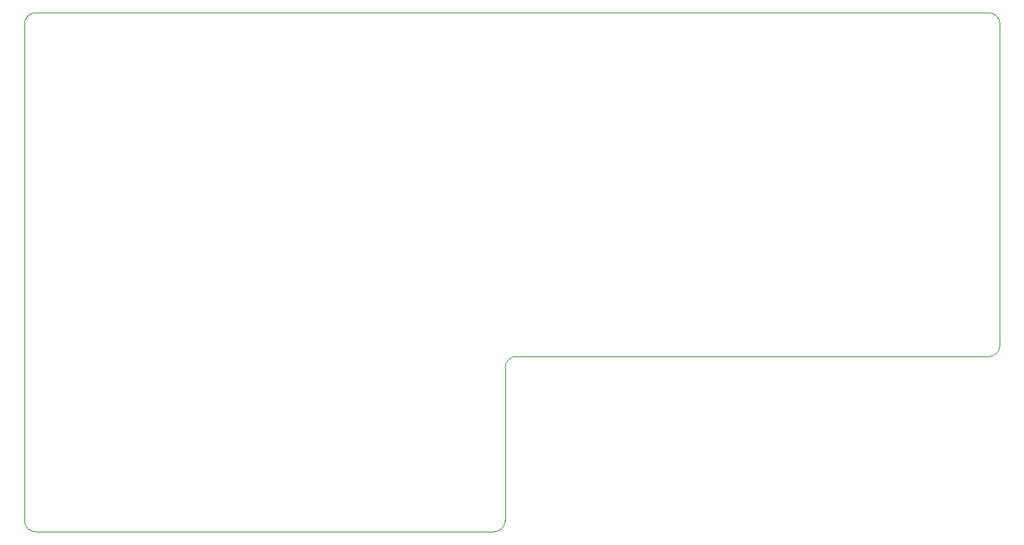
<source format=gbr>
%TF.GenerationSoftware,KiCad,Pcbnew,9.0.5*%
%TF.CreationDate,2025-10-23T08:30:37+01:00*%
%TF.ProjectId,Gotek,476f7465-6b2e-46b6-9963-61645f706362,rev?*%
%TF.SameCoordinates,Original*%
%TF.FileFunction,Profile,NP*%
%FSLAX46Y46*%
G04 Gerber Fmt 4.6, Leading zero omitted, Abs format (unit mm)*
G04 Created by KiCad (PCBNEW 9.0.5) date 2025-10-23 08:30:37*
%MOMM*%
%LPD*%
G01*
G04 APERTURE LIST*
%TA.AperFunction,Profile*%
%ADD10C,0.050000*%
%TD*%
G04 APERTURE END LIST*
D10*
X151511000Y-94750000D02*
X205580000Y-94750000D01*
X206850000Y-93480000D02*
G75*
G02*
X205580000Y-94750000I-1270000J0D01*
G01*
X205580000Y-55380000D02*
G75*
G02*
X206850000Y-56650000I0J-1270000D01*
G01*
X150241000Y-113538000D02*
X150241000Y-96012000D01*
X96520000Y-114808000D02*
G75*
G02*
X95250000Y-113538000I0J1270000D01*
G01*
X95250000Y-56642000D02*
X95250000Y-113538000D01*
X150241000Y-96012000D02*
G75*
G02*
X151511000Y-94742000I1270000J0D01*
G01*
X96520000Y-55380000D02*
X205580000Y-55380000D01*
X206850000Y-56650000D02*
X206850000Y-93480000D01*
X150241000Y-113538000D02*
G75*
G02*
X148971000Y-114808000I-1270000J0D01*
G01*
X96520000Y-114808000D02*
X148971000Y-114808000D01*
X95250000Y-56642000D02*
G75*
G02*
X96519999Y-55380061I1256400J5600D01*
G01*
M02*

</source>
